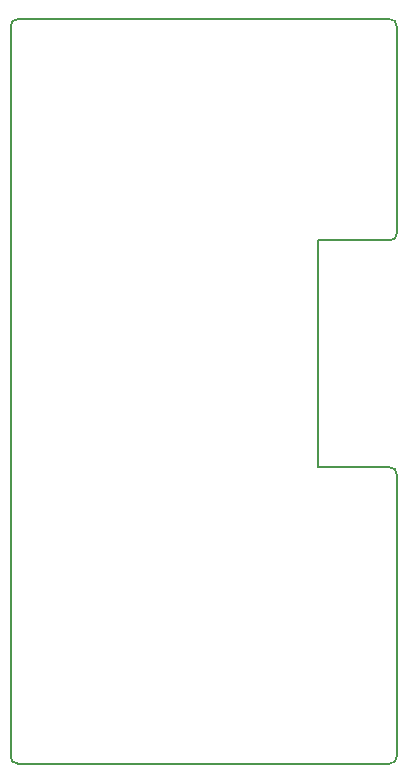
<source format=gbr>
G04 DipTrace 3.3.1.3*
G04 BoardOutline.gbr*
%MOMM*%
G04 #@! TF.FileFunction,Profile*
G04 #@! TF.Part,Single*
%ADD11C,0.14*%
%FSLAX35Y35*%
G04*
G71*
G90*
G75*
G01*
G04 BoardOutline*
%LPD*%
X1000564Y7239438D2*
D11*
G02X1064067Y7302938I55563J7937D01*
G01*
X4207317D1*
G02X4270817Y7239438I7937J-55563D01*
G01*
Y5493188D1*
G02X4207317Y5429688I-55563J-7937D01*
G01*
X3604067D1*
Y3508814D1*
X4207317D1*
G02X4270817Y3445311I7933J-55567D01*
G01*
Y1064064D1*
G02X4207317Y1000564I-55563J-7937D01*
G01*
X1064067D1*
G02X1000564Y1064064I-7940J55563D01*
G01*
Y7239438D1*
M02*

</source>
